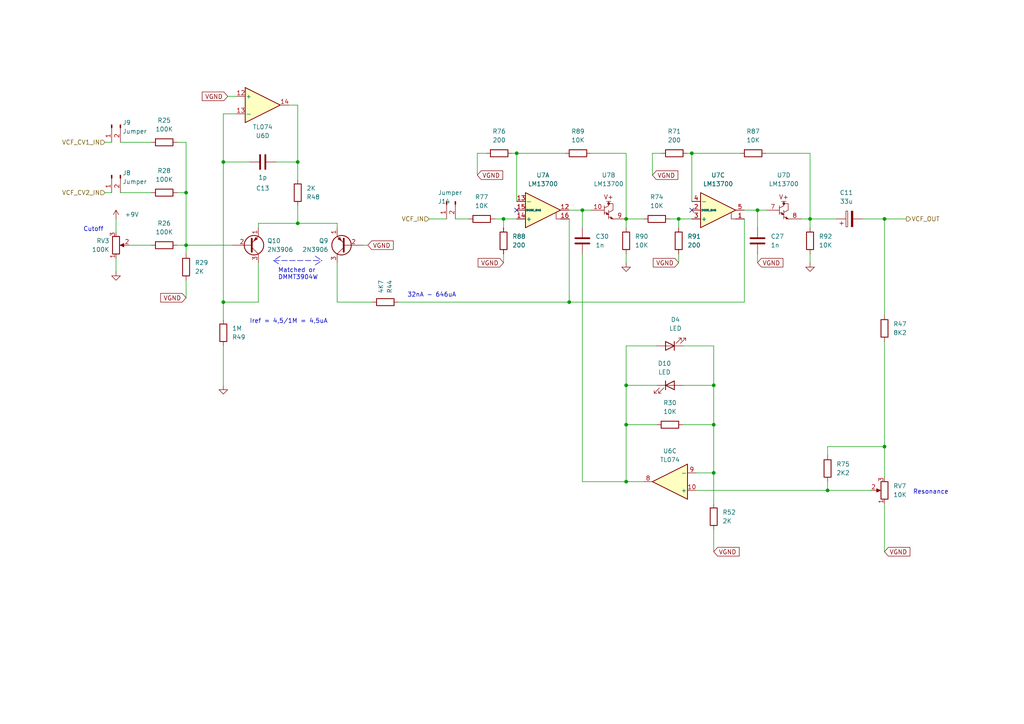
<source format=kicad_sch>
(kicad_sch (version 20211123) (generator eeschema)
  (paper "A4")
  (title_block (title "LivSynth - VCF") (date "2022-07-18") (rev "${Version}") (company "SloBlo Labs"))
  (lib_symbols
    (symbol "Amplifier_Operational:LM13700" (pin_names (offset 0.127))
      (property "Reference" "U" (at 3.81 5.08 0))
      (property "Value" "LM13700" (at 5.08 -5.08 0))
      (symbol "LM13700_1_1"
        (polyline (pts (xy 3.81 -0.635) (xy 3.81 -2.54) (xy 5.08 -2.54)))
        (polyline (pts (xy 5.08 0) (xy -5.08 -5.08) (xy -5.08 5.08) (xy 5.08 0)) (stroke (width 0.254)) (fill (type background)))
        (pin output line (at 7.62 0 180) (length 2.54) (name "~") (number "12"))
        (pin input line (at -7.62 2.54 0) (length 2.54) (name "-") (number "13"))
        (pin input line (at -7.62 -2.54 0) (length 2.54) (name "+") (number "14"))
        (pin input line (at -7.62 0 0) (length 2.54) (name "DIODE_BIAS") (number "15"))
        (pin input line (at 7.62 -2.54 180) (length 2.54) (name "~") (number "16"))
      )
      (symbol "LM13700_2_0"
        (polyline (pts (xy -1.905 2.54) (xy -3.175 2.54)))
      )
      (symbol "LM13700_2_1"
        (circle (center -2.54 1.905) (radius 0.254) (stroke (width 0.254)) (fill (type outline)))
        (polyline (pts (xy -3.81 -0.635) (xy -2.54 -1.27)))
        (polyline (pts (xy -3.81 1.27) (xy -3.81 -1.27)))
        (polyline (pts (xy -2.54 -1.905) (xy -1.27 -2.54)))
        (polyline (pts (xy -2.54 0) (xy -2.54 -2.54)))
        (polyline (pts (xy -3.81 0.635) (xy -2.54 1.27) (xy -2.54 1.905) (xy -2.54 2.54)))
        (polyline (pts (xy -2.54 -1.27) (xy -3.175 -0.635) (xy -3.175 -1.27) (xy -2.54 -1.27)) (fill (type outline)))
        (polyline (pts (xy -2.54 -0.635) (xy -1.27 0) (xy -1.27 1.905) (xy -2.54 1.905)))
        (polyline (pts (xy -1.27 -2.54) (xy -1.905 -1.905) (xy -1.905 -2.54) (xy -1.27 -2.54)) (fill (type outline)))
        (text "V+" (at -2.54 3.81 0) (effects (font (size 1.27 1.27))))
        (pin input line (at -7.62 0 0) (length 3.81) (name "~") (number "10"))
        (pin output line (at 2.54 -2.54 180) (length 3.81) (name "~") (number "9"))
      )
      (symbol "LM13700_3_1"
        (polyline (pts (xy 3.81 -0.635) (xy 3.81 -2.54) (xy 5.08 -2.54)))
        (polyline (pts (xy 5.08 0) (xy -5.08 -5.08) (xy -5.08 5.08) (xy 5.08 0)) (stroke (width 0.254)) (fill (type background)))
        (pin input line (at 7.62 -2.54 180) (length 2.54) (name "~") (number "1"))
        (pin input line (at -7.62 0 0) (length 2.54) (name "DIODE_BIAS") (number "2"))
        (pin input line (at -7.62 -2.54 0) (length 2.54) (name "+") (number "3"))
        (pin input line (at -7.62 2.54 0) (length 2.54) (name "-") (number "4"))
        (pin output line (at 7.62 0 180) (length 2.54) (name "~") (number "5"))
      )
      (symbol "LM13700_4_0"
        (polyline (pts (xy -3.175 2.54) (xy -1.905 2.54)))
        (text "V+" (at -2.54 3.81 0) (effects (font (size 1.27 1.27))))
      )
      (symbol "LM13700_4_1"
        (circle (center -2.54 1.905) (radius 0.254) (stroke (width 0.254)) (fill (type outline)))
        (polyline (pts (xy -3.81 -0.635) (xy -2.54 -1.27)))
        (polyline (pts (xy -3.81 1.27) (xy -3.81 -1.27)))
        (polyline (pts (xy -2.54 -1.905) (xy -1.27 -2.54)))
        (polyline (pts (xy -2.54 0) (xy -2.54 -2.54)))
        (polyline (pts (xy -3.81 0.635) (xy -2.54 1.27) (xy -2.54 2.54)))
        (polyline (pts (xy -2.54 -1.27) (xy -3.175 -0.635) (xy -3.175 -1.27) (xy -2.54 -1.27)) (fill (type outline)))
        (polyline (pts (xy -2.54 -0.635) (xy -1.27 0) (xy -1.27 1.905) (xy -2.54 1.905)))
        (polyline (pts (xy -1.27 -2.54) (xy -1.905 -1.905) (xy -1.905 -2.54) (xy -1.27 -2.54)) (fill (type outline)))
        (pin input line (at -7.62 0 0) (length 3.81) (name "~") (number "7"))
        (pin output line (at 2.54 -2.54 180) (length 3.81) (name "~") (number "8"))
      )
      (symbol "LM13700_5_1"
        (pin power_in line (at -2.54 7.62 270) (length 3.81) (name "V+") (number "11"))
        (pin power_in line (at -2.54 -7.62 90) (length 3.81) (name "V-") (number "6"))
      )
    )
    (symbol "Amplifier_Operational:TL074" (pin_names (offset 0.127))
      (property "Reference" "U" (at 0 5.08 0))
      (property "Value" "TL074" (at 0 -5.08 0))
      (symbol "TL074_1_1"
        (polyline (pts (xy -5.08 5.08) (xy 5.08 0) (xy -5.08 -5.08) (xy -5.08 5.08)) (stroke (width 0.254)) (fill (type background)))
        (pin output line (at 7.62 0 180) (length 2.54) (name "~") (number "1"))
        (pin input line (at -7.62 -2.54 0) (length 2.54) (name "-") (number "2"))
        (pin input line (at -7.62 2.54 0) (length 2.54) (name "+") (number "3"))
      )
      (symbol "TL074_2_1"
        (polyline (pts (xy -5.08 5.08) (xy 5.08 0) (xy -5.08 -5.08) (xy -5.08 5.08)) (stroke (width 0.254)) (fill (type background)))
        (pin input line (at -7.62 2.54 0) (length 2.54) (name "+") (number "5"))
        (pin input line (at -7.62 -2.54 0) (length 2.54) (name "-") (number "6"))
        (pin output line (at 7.62 0 180) (length 2.54) (name "~") (number "7"))
      )
      (symbol "TL074_3_1"
        (polyline (pts (xy -5.08 5.08) (xy 5.08 0) (xy -5.08 -5.08) (xy -5.08 5.08)) (stroke (width 0.254)) (fill (type background)))
        (pin input line (at -7.62 2.54 0) (length 2.54) (name "+") (number "10"))
        (pin output line (at 7.62 0 180) (length 2.54) (name "~") (number "8"))
        (pin input line (at -7.62 -2.54 0) (length 2.54) (name "-") (number "9"))
      )
      (symbol "TL074_4_1"
        (polyline (pts (xy -5.08 5.08) (xy 5.08 0) (xy -5.08 -5.08) (xy -5.08 5.08)) (stroke (width 0.254)) (fill (type background)))
        (pin input line (at -7.62 2.54 0) (length 2.54) (name "+") (number "12"))
        (pin input line (at -7.62 -2.54 0) (length 2.54) (name "-") (number "13"))
        (pin output line (at 7.62 0 180) (length 2.54) (name "~") (number "14"))
      )
      (symbol "TL074_5_1"
        (pin power_in line (at -2.54 -7.62 90) (length 3.81) (name "V-") (number "11"))
        (pin power_in line (at -2.54 7.62 270) (length 3.81) (name "V+") (number "4"))
      )
    )
    (symbol "Connector:Conn_01x02_Male" (pin_names (offset 1.016) hide)
      (property "Reference" "J" (at 0 2.54 0))
      (property "Value" "Conn_01x02_Male" (at 0 -5.08 0))
      (symbol "Conn_01x02_Male_1_1"
        (polyline (pts (xy 1.27 -2.54) (xy 0.8636 -2.54)) (stroke (width 0.1524)))
        (polyline (pts (xy 1.27 0) (xy 0.8636 0)) (stroke (width 0.1524)))
        (rectangle (start 0.8636 -2.413) (end 0 -2.667) (stroke (width 0.1524)) (fill (type outline)))
        (rectangle (start 0.8636 0.127) (end 0 -0.127) (stroke (width 0.1524)) (fill (type outline)))
        (pin passive line (at 5.08 0 180) (length 3.81) (name "Pin_1") (number "1"))
        (pin passive line (at 5.08 -2.54 180) (length 3.81) (name "Pin_2") (number "2"))
      )
    )
    (symbol "Device:C" (pin_numbers hide) (pin_names (offset 0.254))
      (property "Reference" "C" (at 0.635 2.54 0))
      (property "Value" "C" (at 0.635 -2.54 0))
      (symbol "C_0_1"
        (polyline (pts (xy -2.032 -0.762) (xy 2.032 -0.762)) (stroke (width 0.508)))
        (polyline (pts (xy -2.032 0.762) (xy 2.032 0.762)) (stroke (width 0.508)))
      )
      (symbol "C_1_1"
        (pin passive line (at 0 3.81 270) (length 2.794) (name "~") (number "1"))
        (pin passive line (at 0 -3.81 90) (length 2.794) (name "~") (number "2"))
      )
    )
    (symbol "Device:C_Polarized" (pin_numbers hide) (pin_names (offset 0.254))
      (property "Reference" "C" (at 0.635 2.54 0))
      (property "Value" "C_Polarized" (at 0.635 -2.54 0))
      (symbol "C_Polarized_0_1"
        (rectangle (start -2.286 0.508) (end 2.286 1.016))
        (polyline (pts (xy -1.778 2.286) (xy -0.762 2.286)))
        (polyline (pts (xy -1.27 2.794) (xy -1.27 1.778)))
        (rectangle (start 2.286 -0.508) (end -2.286 -1.016) (fill (type outline)))
      )
      (symbol "C_Polarized_1_1"
        (pin passive line (at 0 3.81 270) (length 2.794) (name "~") (number "1"))
        (pin passive line (at 0 -3.81 90) (length 2.794) (name "~") (number "2"))
      )
    )
    (symbol "Device:LED" (pin_numbers hide) (pin_names (offset 1.016) hide)
      (property "Reference" "D" (at 0 2.54 0))
      (property "Value" "LED" (at 0 -2.54 0))
      (symbol "LED_0_1"
        (polyline (pts (xy -1.27 -1.27) (xy -1.27 1.27)) (stroke (width 0.254)))
        (polyline (pts (xy -1.27 0) (xy 1.27 0)))
        (polyline (pts (xy 1.27 -1.27) (xy 1.27 1.27) (xy -1.27 0) (xy 1.27 -1.27)) (stroke (width 0.254)))
        (polyline (pts (xy -3.048 -0.762) (xy -4.572 -2.286) (xy -3.81 -2.286) (xy -4.572 -2.286) (xy -4.572 -1.524)))
        (polyline (pts (xy -1.778 -0.762) (xy -3.302 -2.286) (xy -2.54 -2.286) (xy -3.302 -2.286) (xy -3.302 -1.524)))
      )
      (symbol "LED_1_1"
        (pin passive line (at -3.81 0 0) (length 2.54) (name "K") (number "1"))
        (pin passive line (at 3.81 0 180) (length 2.54) (name "A") (number "2"))
      )
    )
    (symbol "Device:R" (pin_numbers hide) (pin_names (offset 0))
      (property "Reference" "R" (at 2.032 0 90))
      (property "Value" "R" (at 0 0 90))
      (symbol "R_0_1"
        (rectangle (start -1.016 -2.54) (end 1.016 2.54) (stroke (width 0.254)))
      )
      (symbol "R_1_1"
        (pin passive line (at 0 3.81 270) (length 1.27) (name "~") (number "1"))
        (pin passive line (at 0 -3.81 90) (length 1.27) (name "~") (number "2"))
      )
    )
    (symbol "Device:R_Potentiometer" (pin_names (offset 1.016) hide)
      (property "Reference" "RV" (at -4.445 0 90))
      (property "Value" "R_Potentiometer" (at -2.54 0 90))
      (symbol "R_Potentiometer_0_1"
        (polyline (pts (xy 2.54 0) (xy 1.524 0)))
        (polyline (pts (xy 1.143 0) (xy 2.286 0.508) (xy 2.286 -0.508) (xy 1.143 0)) (fill (type outline)))
        (rectangle (start 1.016 2.54) (end -1.016 -2.54) (stroke (width 0.254)))
      )
      (symbol "R_Potentiometer_1_1"
        (pin passive line (at 0 3.81 270) (length 1.27) (name "1") (number "1"))
        (pin passive line (at 3.81 0 180) (length 1.27) (name "2") (number "2"))
        (pin passive line (at 0 -3.81 90) (length 1.27) (name "3") (number "3"))
      )
    )
    (symbol "Transistor_BJT:2N3906" (pin_names (offset 0) hide)
      (property "Reference" "Q" (at 5.08 1.905 0))
      (property "Value" "2N3906" (at 5.08 0 0))
      (symbol "2N3906_0_1"
        (polyline (pts (xy 0.635 0.635) (xy 2.54 2.54)))
        (polyline (pts (xy 0.635 -0.635) (xy 2.54 -2.54) (xy 2.54 -2.54)))
        (polyline (pts (xy 0.635 1.905) (xy 0.635 -1.905) (xy 0.635 -1.905)) (stroke (width 0.508)))
        (polyline (pts (xy 2.286 -1.778) (xy 1.778 -2.286) (xy 1.27 -1.27) (xy 2.286 -1.778) (xy 2.286 -1.778)) (fill (type outline)))
        (circle (center 1.27 0) (radius 2.8194) (stroke (width 0.254)))
      )
      (symbol "2N3906_1_1"
        (pin passive line (at 2.54 -5.08 90) (length 2.54) (name "E") (number "1"))
        (pin input line (at -5.08 0 0) (length 5.715) (name "B") (number "2"))
        (pin passive line (at 2.54 5.08 270) (length 2.54) (name "C") (number "3"))
      )
    )
    (symbol "power:+9V" (power) (pin_names (offset 0))
      (property "Value" "+9V" (at 0 3.556 0))
      (symbol "+9V_0_1"
        (polyline (pts (xy -0.762 1.27) (xy 0 2.54)))
        (polyline (pts (xy 0 0) (xy 0 2.54)))
        (polyline (pts (xy 0 2.54) (xy 0.762 1.27)))
      )
      (symbol "+9V_1_1"
        (pin power_in line (at 0 0 90) (length 0) hide (name "+9V") (number "1"))
      )
    )
    (symbol "power:GND" (power) (pin_names (offset 0))
      (property "Value" "GND" (at 0 -3.81 0))
      (symbol "GND_0_1"
        (polyline (pts (xy 0 0) (xy 0 -1.27) (xy 1.27 -1.27) (xy 0 -2.54) (xy -1.27 -1.27) (xy 0 -1.27)))
      )
      (symbol "GND_1_1"
        (pin power_in line (at 0 0 270) (length 0) hide (name "GND") (number "1"))
      )
    )
  )
  (junction (at 200.66 44.45))
  (junction (at 149.86 44.45))
  (junction (at 181.61 111.76))
  (junction (at 207.01 137.16))
  (junction (at 165.1 87.63))
  (junction (at 181.61 63.5))
  (junction (at 86.36 64.77))
  (junction (at 207.01 111.76))
  (junction (at 207.01 123.19))
  (junction (at 181.61 139.7))
  (junction (at 256.54 63.5))
  (junction (at 53.975 71.12))
  (junction (at 64.77 46.99))
  (junction (at 53.975 55.88))
  (junction (at 168.91 60.96))
  (junction (at 86.36 46.99))
  (junction (at 196.85 63.5))
  (junction (at 256.54 129.54))
  (junction (at 181.61 123.19))
  (junction (at 219.71 60.96))
  (junction (at 64.77 87.63))
  (junction (at 240.03 142.24))
  (junction (at 146.05 63.5))
  (junction (at 234.95 63.5))
  (no_connect (at 200.66 60.96))
  (no_connect (at 149.86 60.96))
  (wire (pts (xy 171.45 44.45) (xy 181.61 44.45)))
  (wire (pts (xy 181.61 139.7) (xy 186.69 139.7)))
  (wire (pts (xy 190.5 111.76) (xy 181.61 111.76)))
  (wire (pts (xy 97.79 87.63) (xy 107.95 87.63)))
  (wire (pts (xy 207.01 123.19) (xy 207.01 137.16)))
  (wire (pts (xy 66.04 27.94) (xy 68.58 27.94)))
  (wire (pts (xy 34.925 55.88) (xy 43.815 55.88)))
  (wire (pts (xy 165.1 87.63) (xy 165.1 63.5)))
  (wire (pts (xy 64.77 33.02) (xy 68.58 33.02)))
  (wire (pts (xy 196.85 63.5) (xy 196.85 66.04)))
  (wire (pts (xy 256.54 146.05) (xy 256.54 160.02)))
  (wire (pts (xy 64.77 87.63) (xy 64.77 46.99)))
  (wire (pts (xy 53.975 81.28) (xy 53.975 86.36)))
  (wire (pts (xy 115.57 87.63) (xy 165.1 87.63)))
  (wire (pts (xy 51.435 71.12) (xy 53.975 71.12)))
  (wire (pts (xy 189.23 44.45) (xy 191.77 44.45)))
  (wire (pts (xy 86.36 64.77) (xy 86.36 59.69)))
  (wire (pts (xy 97.79 76.2) (xy 97.79 87.63)))
  (wire (pts (xy 189.23 50.8) (xy 189.23 44.45)))
  (polyline (pts (xy 91.44 76.835) (xy 93.345 75.565)))
  (wire (pts (xy 219.71 66.04) (xy 219.71 60.96)))
  (wire (pts (xy 64.77 46.99) (xy 64.77 33.02)))
  (wire (pts (xy 181.61 66.04) (xy 181.61 63.5)))
  (wire (pts (xy 80.01 46.99) (xy 86.36 46.99)))
  (wire (pts (xy 132.08 63.5) (xy 135.89 63.5)))
  (wire (pts (xy 51.435 41.275) (xy 53.975 41.275)))
  (wire (pts (xy 105.41 71.12) (xy 106.68 71.12)))
  (wire (pts (xy 198.12 123.19) (xy 207.01 123.19)))
  (wire (pts (xy 74.93 87.63) (xy 74.93 76.2)))
  (wire (pts (xy 207.01 100.33) (xy 207.01 111.76)))
  (wire (pts (xy 51.435 55.88) (xy 53.975 55.88)))
  (wire (pts (xy 64.77 46.99) (xy 72.39 46.99)))
  (wire (pts (xy 86.36 30.48) (xy 86.36 46.99)))
  (wire (pts (xy 198.12 111.76) (xy 207.01 111.76)))
  (wire (pts (xy 196.85 63.5) (xy 200.66 63.5)))
  (wire (pts (xy 201.93 142.24) (xy 240.03 142.24)))
  (wire (pts (xy 53.975 41.275) (xy 53.975 55.88)))
  (wire (pts (xy 250.19 63.5) (xy 256.54 63.5)))
  (wire (pts (xy 181.61 111.76) (xy 181.61 123.19)))
  (polyline (pts (xy 81.28 74.295) (xy 79.375 75.565)))
  (wire (pts (xy 240.03 142.24) (xy 252.73 142.24)))
  (wire (pts (xy 219.71 60.96) (xy 222.25 60.96)))
  (wire (pts (xy 196.85 73.66) (xy 196.85 76.2)))
  (wire (pts (xy 256.54 63.5) (xy 256.54 91.44)))
  (wire (pts (xy 74.93 66.04) (xy 74.93 64.77)))
  (polyline (pts (xy 79.375 75.565) (xy 81.28 76.835)))
  (wire (pts (xy 256.54 63.5) (xy 262.89 63.5)))
  (wire (pts (xy 33.655 74.93) (xy 33.655 78.74)))
  (polyline (pts (xy 91.44 74.295) (xy 93.345 75.565)))
  (wire (pts (xy 256.54 99.06) (xy 256.54 129.54)))
  (wire (pts (xy 165.1 60.96) (xy 168.91 60.96)))
  (wire (pts (xy 219.71 73.66) (xy 219.71 76.2)))
  (wire (pts (xy 199.39 44.45) (xy 200.66 44.45)))
  (wire (pts (xy 30.48 41.275) (xy 32.385 41.275)))
  (wire (pts (xy 168.91 60.96) (xy 171.45 60.96)))
  (wire (pts (xy 190.5 100.33) (xy 181.61 100.33)))
  (wire (pts (xy 97.79 64.77) (xy 97.79 66.04)))
  (wire (pts (xy 165.1 87.63) (xy 215.9 87.63)))
  (wire (pts (xy 168.91 60.96) (xy 168.91 66.04)))
  (wire (pts (xy 53.975 71.12) (xy 53.975 73.66)))
  (wire (pts (xy 207.01 146.05) (xy 207.01 137.16)))
  (wire (pts (xy 240.03 129.54) (xy 240.03 132.08)))
  (wire (pts (xy 86.36 64.77) (xy 97.79 64.77)))
  (wire (pts (xy 234.95 63.5) (xy 234.95 66.04)))
  (wire (pts (xy 146.05 73.66) (xy 146.05 76.2)))
  (wire (pts (xy 149.86 44.45) (xy 163.83 44.45)))
  (wire (pts (xy 30.48 55.88) (xy 32.385 55.88)))
  (wire (pts (xy 64.77 111.76) (xy 64.77 100.33)))
  (wire (pts (xy 149.86 58.42) (xy 149.86 44.45)))
  (wire (pts (xy 53.975 55.88) (xy 53.975 71.12)))
  (wire (pts (xy 190.5 123.19) (xy 181.61 123.19)))
  (wire (pts (xy 33.655 63.5) (xy 33.655 67.31)))
  (wire (pts (xy 64.77 87.63) (xy 74.93 87.63)))
  (wire (pts (xy 181.61 73.66) (xy 181.61 76.2)))
  (wire (pts (xy 146.05 63.5) (xy 149.86 63.5)))
  (wire (pts (xy 200.66 44.45) (xy 214.63 44.45)))
  (wire (pts (xy 207.01 137.16) (xy 201.93 137.16)))
  (wire (pts (xy 138.43 44.45) (xy 140.97 44.45)))
  (wire (pts (xy 232.41 63.5) (xy 234.95 63.5)))
  (wire (pts (xy 74.93 64.77) (xy 86.36 64.77)))
  (wire (pts (xy 234.95 73.66) (xy 234.95 76.2)))
  (wire (pts (xy 34.925 41.275) (xy 43.815 41.275)))
  (wire (pts (xy 207.01 111.76) (xy 207.01 123.19)))
  (wire (pts (xy 37.465 71.12) (xy 43.815 71.12)))
  (wire (pts (xy 198.12 100.33) (xy 207.01 100.33)))
  (wire (pts (xy 138.43 50.8) (xy 138.43 44.45)))
  (wire (pts (xy 83.82 30.48) (xy 86.36 30.48)))
  (wire (pts (xy 124.46 63.5) (xy 129.54 63.5)))
  (wire (pts (xy 219.71 60.96) (xy 215.9 60.96)))
  (wire (pts (xy 143.51 63.5) (xy 146.05 63.5)))
  (wire (pts (xy 234.95 44.45) (xy 234.95 63.5)))
  (wire (pts (xy 181.61 44.45) (xy 181.61 63.5)))
  (wire (pts (xy 222.25 44.45) (xy 234.95 44.45)))
  (wire (pts (xy 200.66 58.42) (xy 200.66 44.45)))
  (wire (pts (xy 148.59 44.45) (xy 149.86 44.45)))
  (wire (pts (xy 207.01 153.67) (xy 207.01 160.02)))
  (wire (pts (xy 194.31 63.5) (xy 196.85 63.5)))
  (wire (pts (xy 240.03 139.7) (xy 240.03 142.24)))
  (wire (pts (xy 168.91 73.66) (xy 168.91 139.7)))
  (wire (pts (xy 234.95 63.5) (xy 242.57 63.5)))
  (wire (pts (xy 168.91 139.7) (xy 181.61 139.7)))
  (wire (pts (xy 256.54 129.54) (xy 256.54 138.43)))
  (polyline (pts (xy 79.375 75.565) (xy 93.345 75.565)))
  (wire (pts (xy 240.03 129.54) (xy 256.54 129.54)))
  (wire (pts (xy 64.77 92.71) (xy 64.77 87.63)))
  (wire (pts (xy 181.61 123.19) (xy 181.61 139.7)))
  (wire (pts (xy 146.05 66.04) (xy 146.05 63.5)))
  (wire (pts (xy 215.9 63.5) (xy 215.9 87.63)))
  (wire (pts (xy 86.36 46.99) (xy 86.36 52.07)))
  (wire (pts (xy 181.61 63.5) (xy 186.69 63.5)))
  (wire (pts (xy 53.975 71.12) (xy 67.31 71.12)))
  (wire (pts (xy 181.61 100.33) (xy 181.61 111.76)))
  (text "Iref = 4,5/1M = 4,5uA" (at 72.39 93.98 0) (effects (font (size 1.27 1.27)) (justify left bottom)))
  (text "32nA - 646uA" (at 118.11 86.36 0) (effects (font (size 1.27 1.27)) (justify left bottom)))
  (text "Resonance" (at 264.795 143.51 0) (effects (font (size 1.27 1.27)) (justify left bottom)))
  (text "Cutoff" (at 24.13 67.31 0) (effects (font (size 1.27 1.27)) (justify left bottom)))
  (text "Matched or\nDMMT3904W" (at 80.645 81.28 0) (effects (font (size 1.27 1.27)) (justify left bottom)))
  (global_label "VGND" (shape input) (at 196.85 76.2 180) (property "Intersheet References" "${INTERSHEET_REFS}" (effects hide)))
  (global_label "VGND" (shape input) (at 138.43 50.8 0) (property "Intersheet References" "${INTERSHEET_REFS}" (effects hide)))
  (global_label "VGND" (shape input) (at 219.71 76.2 0) (property "Intersheet References" "${INTERSHEET_REFS}" (effects hide)))
  (global_label "VGND" (shape input) (at 146.05 76.2 180) (property "Intersheet References" "${INTERSHEET_REFS}" (effects hide)))
  (global_label "VGND" (shape input) (at 66.04 27.94 180) (property "Intersheet References" "${INTERSHEET_REFS}" (effects hide)))
  (global_label "VGND" (shape input) (at 53.975 86.36 180) (property "Intersheet References" "${INTERSHEET_REFS}" (effects hide)))
  (global_label "VGND" (shape input) (at 256.54 160.02 0) (property "Intersheet References" "${INTERSHEET_REFS}" (effects hide)))
  (global_label "VGND" (shape input) (at 189.23 50.8 0) (property "Intersheet References" "${INTERSHEET_REFS}" (effects hide)))
  (global_label "VGND" (shape input) (at 106.68 71.12 0) (property "Intersheet References" "${INTERSHEET_REFS}" (effects hide)))
  (global_label "VGND" (shape input) (at 207.01 160.02 0) (property "Intersheet References" "${INTERSHEET_REFS}" (effects hide)))
  (hierarchical_label "VCF_IN" (shape input) (at 124.46 63.5 180))
  (hierarchical_label "VCF_OUT" (shape output) (at 262.89 63.5 0))
  (hierarchical_label "VCF_CV1_IN" (shape input) (at 30.48 41.275 180))
  (hierarchical_label "VCF_CV2_IN" (shape input) (at 30.48 55.88 180))
  (symbol (lib_id "Device:R_Potentiometer") (at 33.655 71.12 0) (mirror x) (unit 1)
    (property "Reference" "RV3" (at 31.75 69.8499 0) (effects (justify right)))
    (property "Value" "100K" (at 31.75 72.3899 0) (effects (justify right)))
    (property "Footprint" "SloBlo:RV141F-40-20BL" (effects hide))
  )
  (symbol (lib_id "power:GND") (at 234.95 76.2 0) (unit 1)
    (property "Reference" "#PWR053" (effects hide))
    (property "Value" "GND" (effects hide))
  )
  (symbol (lib_id "Device:R") (at 47.625 41.275 90) (unit 1)
    (property "Reference" "R25" (at 47.625 34.925 90))
    (property "Value" "100K" (at 47.625 37.465 90))
    (property "Footprint" "Resistor_THT:R_Axial_DIN0207_L6.3mm_D2.5mm_P7.62mm_Horizontal" (effects hide))
  )
  (symbol (lib_id "Device:C_Polarized") (at 246.38 63.5 90) (unit 1)
    (property "Reference" "C11" (at 245.491 55.88 90))
    (property "Value" "33u" (at 245.491 58.42 90))
    (property "Footprint" "Capacitor_THT:CP_Radial_D8.0mm_P3.50mm" (effects hide))
  )
  (symbol (lib_id "Device:C") (at 76.2 46.99 90) (mirror x) (unit 1)
    (property "Reference" "C13" (at 76.2 54.61 90))
    (property "Value" "1p" (at 76.2 51.435 90))
    (property "Footprint" "Capacitor_THT:C_Disc_D3.0mm_W1.6mm_P2.50mm" (effects hide))
  )
  (symbol (lib_id "Device:LED") (at 194.31 100.33 180) (unit 1)
    (property "Reference" "D4" (at 195.8975 92.71 0))
    (property "Value" "LED" (at 195.8975 95.25 0))
    (property "Footprint" "LED_THT:LED_D5.0mm" (effects hide))
  )
  (symbol (lib_id "Device:R") (at 111.76 87.63 270) (mirror x) (unit 1)
    (property "Reference" "R44" (at 113.0301 85.09 0) (effects (justify left)))
    (property "Value" "4K7" (at 110.49 85.09 0) (effects (justify left)))
    (property "Footprint" "Resistor_THT:R_Axial_DIN0207_L6.3mm_D2.5mm_P7.62mm_Horizontal" (effects hide))
  )
  (symbol (lib_id "Amplifier_Operational:TL074") (at 76.2 30.48 0) (unit 4)
    (property "Reference" "U6" (at 76.2 39.37 0))
    (property "Value" "TL074" (at 76.2 36.83 0))
    (property "Footprint" "Package_SO:SOIC-14_3.9x8.7mm_P1.27mm" (effects hide))
    (property "Datasheet" "http://www.ti.com/lit/ds/symlink/tl071.pdf" (effects hide))
  )
  (symbol (lib_id "Device:R") (at 139.7 63.5 90) (unit 1)
    (property "Reference" "R77" (at 139.7 57.15 90))
    (property "Value" "10K" (at 139.7 59.69 90))
    (property "Footprint" "Resistor_THT:R_Axial_DIN0207_L6.3mm_D2.5mm_P7.62mm_Horizontal" (effects hide))
  )
  (symbol (lib_id "Transistor_BJT:2N3906") (at 100.33 71.12 180) (unit 1)
    (property "Reference" "Q9" (at 95.25 69.8499 0) (effects (justify left)))
    (property "Value" "2N3906" (at 95.25 72.3899 0) (effects (justify left)))
    (property "Footprint" "Package_TO_SOT_THT:TO-92_Inline" (effects hide))
    (property "Datasheet" "https://www.onsemi.com/pub/Collateral/2N3906-D.PDF" (effects hide))
  )
  (symbol (lib_id "power:+9V") (at 33.655 63.5 0) (mirror y) (unit 1)
    (property "Reference" "#PWR051" (effects hide))
    (property "Value" "+9V" (at 36.195 62.2299 0) (effects (justify right)))
  )
  (symbol (lib_id "Device:R") (at 240.03 135.89 0) (unit 1)
    (property "Reference" "R75" (at 242.57 134.6199 0) (effects (justify left)))
    (property "Value" "2K2" (at 242.57 137.1599 0) (effects (justify left)))
    (property "Footprint" "Resistor_THT:R_Axial_DIN0207_L6.3mm_D2.5mm_P7.62mm_Horizontal" (effects hide))
  )
  (symbol (lib_id "Connector:Conn_01x02_Male") (at 129.54 58.42 90) (mirror x) (unit 1)
    (property "Reference" "J14" (at 127 58.42 90) (effects (justify right)))
    (property "Value" "Jumper" (at 127 55.88 90) (effects (justify right)))
    (property "Footprint" "Connector_PinHeader_2.54mm:PinHeader_1x02_P2.54mm_Vertical" (effects hide))
  )
  (symbol (lib_id "Device:C") (at 168.91 69.85 0) (unit 1)
    (property "Reference" "C30" (at 172.72 68.5799 0) (effects (justify left)))
    (property "Value" "1n" (at 172.72 71.1199 0) (effects (justify left)))
    (property "Footprint" "Capacitor_THT:C_Rect_L7.2mm_W2.5mm_P5.00mm_FKS2_FKP2_MKS2_MKP2" (effects hide))
  )
  (symbol (lib_id "Device:R") (at 218.44 44.45 90) (unit 1)
    (property "Reference" "R87" (at 218.44 38.1 90))
    (property "Value" "10K" (at 218.44 40.64 90))
    (property "Footprint" "Resistor_THT:R_Axial_DIN0207_L6.3mm_D2.5mm_P7.62mm_Horizontal" (effects hide))
  )
  (symbol (lib_id "Device:R") (at 47.625 55.88 90) (unit 1)
    (property "Reference" "R28" (at 47.625 49.53 90))
    (property "Value" "100K" (at 47.625 52.07 90))
    (property "Footprint" "Resistor_THT:R_Axial_DIN0207_L6.3mm_D2.5mm_P7.62mm_Horizontal" (effects hide))
  )
  (symbol (lib_id "Device:R") (at 194.31 123.19 90) (unit 1)
    (property "Reference" "R30" (at 194.31 116.84 90))
    (property "Value" "10K" (at 194.31 119.38 90))
    (property "Footprint" "Resistor_THT:R_Axial_DIN0207_L6.3mm_D2.5mm_P7.62mm_Horizontal" (effects hide))
  )
  (symbol (lib_id "Device:R") (at 195.58 44.45 270) (unit 1)
    (property "Reference" "R71" (at 195.58 38.1 90))
    (property "Value" "200" (at 195.58 40.64 90))
    (property "Footprint" "Resistor_THT:R_Axial_DIN0207_L6.3mm_D2.5mm_P7.62mm_Horizontal" (effects hide))
  )
  (symbol (lib_id "Device:R") (at 196.85 69.85 180) (unit 1)
    (property "Reference" "R91" (at 199.39 68.5799 0) (effects (justify right)))
    (property "Value" "200" (at 199.39 71.1199 0) (effects (justify right)))
    (property "Footprint" "Resistor_THT:R_Axial_DIN0207_L6.3mm_D2.5mm_P7.62mm_Horizontal" (effects hide))
  )
  (symbol (lib_id "Amplifier_Operational:LM13700") (at 229.87 60.96 0) (unit 4)
    (property "Reference" "U7" (at 227.33 50.8 0))
    (property "Value" "LM13700" (at 227.33 53.34 0))
    (property "Footprint" "Package_SO:SOP-16_3.9x9.9mm_P1.27mm" (effects hide))
    (property "Datasheet" "http://www.ti.com/lit/ds/symlink/lm13700.pdf" (effects hide))
  )
  (symbol (lib_id "Connector:Conn_01x02_Male") (at 32.385 36.195 90) (mirror x) (unit 1)
    (property "Reference" "J9" (at 35.56 35.56 90) (effects (justify right)))
    (property "Value" "Jumper" (at 35.56 38.1 90) (effects (justify right)))
    (property "Footprint" "Connector_PinHeader_2.54mm:PinHeader_1x02_P2.54mm_Vertical" (effects hide))
  )
  (symbol (lib_id "Device:R") (at 190.5 63.5 90) (unit 1)
    (property "Reference" "R74" (at 190.5 57.15 90))
    (property "Value" "10K" (at 190.5 59.69 90))
    (property "Footprint" "Resistor_THT:R_Axial_DIN0207_L6.3mm_D2.5mm_P7.62mm_Horizontal" (effects hide))
  )
  (symbol (lib_id "Device:C") (at 219.71 69.85 0) (unit 1)
    (property "Reference" "C27" (at 223.52 68.5799 0) (effects (justify left)))
    (property "Value" "1n" (at 223.52 71.1199 0) (effects (justify left)))
    (property "Footprint" "Capacitor_THT:C_Rect_L7.2mm_W2.5mm_P5.00mm_FKS2_FKP2_MKS2_MKP2" (effects hide))
  )
  (symbol (lib_id "Connector:Conn_01x02_Male") (at 32.385 50.8 90) (mirror x) (unit 1)
    (property "Reference" "J8" (at 35.56 50.165 90) (effects (justify right)))
    (property "Value" "Jumper" (at 35.56 52.705 90) (effects (justify right)))
    (property "Footprint" "Connector_PinHeader_2.54mm:PinHeader_1x02_P2.54mm_Vertical" (effects hide))
  )
  (symbol (lib_id "Device:R") (at 146.05 69.85 180) (unit 1)
    (property "Reference" "R88" (at 148.59 68.5799 0) (effects (justify right)))
    (property "Value" "200" (at 148.59 71.1199 0) (effects (justify right)))
    (property "Footprint" "Resistor_THT:R_Axial_DIN0207_L6.3mm_D2.5mm_P7.62mm_Horizontal" (effects hide))
  )
  (symbol (lib_id "Device:R") (at 181.61 69.85 180) (unit 1)
    (property "Reference" "R90" (at 184.15 68.5799 0) (effects (justify right)))
    (property "Value" "10K" (at 184.15 71.1199 0) (effects (justify right)))
    (property "Footprint" "Resistor_THT:R_Axial_DIN0207_L6.3mm_D2.5mm_P7.62mm_Horizontal" (effects hide))
  )
  (symbol (lib_id "Device:R") (at 234.95 69.85 180) (unit 1)
    (property "Reference" "R92" (at 237.49 68.5799 0) (effects (justify right)))
    (property "Value" "10K" (at 237.49 71.1199 0) (effects (justify right)))
    (property "Footprint" "Resistor_THT:R_Axial_DIN0207_L6.3mm_D2.5mm_P7.62mm_Horizontal" (effects hide))
  )
  (symbol (lib_id "power:GND") (at 33.655 78.74 0) (unit 1)
    (property "Reference" "#PWR054" (effects hide))
    (property "Value" "GND" (effects hide))
  )
  (symbol (lib_id "Amplifier_Operational:LM13700") (at 179.07 60.96 0) (unit 2)
    (property "Reference" "U7" (at 176.53 50.8 0))
    (property "Value" "LM13700" (at 176.53 53.34 0))
    (property "Footprint" "Package_SO:SOP-16_3.9x9.9mm_P1.27mm" (effects hide))
    (property "Datasheet" "http://www.ti.com/lit/ds/symlink/lm13700.pdf" (effects hide))
  )
  (symbol (lib_id "power:GND") (at 181.61 76.2 0) (unit 1)
    (property "Reference" "#PWR052" (effects hide))
    (property "Value" "GND" (effects hide))
  )
  (symbol (lib_id "Device:R") (at 47.625 71.12 90) (unit 1)
    (property "Reference" "R26" (at 47.625 64.77 90))
    (property "Value" "100K" (at 47.625 67.31 90))
    (property "Footprint" "Resistor_THT:R_Axial_DIN0207_L6.3mm_D2.5mm_P7.62mm_Horizontal" (effects hide))
  )
  (symbol (lib_id "Device:R") (at 86.36 55.88 0) (mirror x) (unit 1)
    (property "Reference" "R48" (at 88.9 57.1501 0) (effects (justify left)))
    (property "Value" "2K" (at 88.9 54.6101 0) (effects (justify left)))
    (property "Footprint" "Resistor_THT:R_Axial_DIN0207_L6.3mm_D2.5mm_P7.62mm_Horizontal" (effects hide))
  )
  (symbol (lib_id "Device:LED") (at 194.31 111.76 0) (unit 1)
    (property "Reference" "D10" (at 192.7225 105.41 0))
    (property "Value" "LED" (at 192.7225 107.95 0))
    (property "Footprint" "LED_THT:LED_D5.0mm" (effects hide))
  )
  (symbol (lib_id "Device:R") (at 64.77 96.52 0) (mirror x) (unit 1)
    (property "Reference" "R49" (at 67.31 97.7901 0) (effects (justify left)))
    (property "Value" "1M" (at 67.31 95.25 0) (effects (justify left)))
    (property "Footprint" "Resistor_THT:R_Axial_DIN0207_L6.3mm_D2.5mm_P7.62mm_Horizontal" (effects hide))
  )
  (symbol (lib_id "Device:R") (at 207.01 149.86 0) (unit 1)
    (property "Reference" "R52" (at 209.55 148.5899 0) (effects (justify left)))
    (property "Value" "2K" (at 209.55 151.1299 0) (effects (justify left)))
    (property "Footprint" "Resistor_THT:R_Axial_DIN0207_L6.3mm_D2.5mm_P7.62mm_Horizontal" (effects hide))
  )
  (symbol (lib_id "power:GND") (at 64.77 111.76 0) (unit 1)
    (property "Reference" "#PWR055" (effects hide))
    (property "Value" "GND" (effects hide))
  )
  (symbol (lib_id "Device:R") (at 53.975 77.47 0) (unit 1)
    (property "Reference" "R29" (at 56.515 76.1999 0) (effects (justify left)))
    (property "Value" "2K" (at 56.515 78.7399 0) (effects (justify left)))
    (property "Footprint" "Resistor_THT:R_Axial_DIN0207_L6.3mm_D2.5mm_P7.62mm_Horizontal" (effects hide))
  )
  (symbol (lib_id "Device:R_Potentiometer") (at 256.54 142.24 180) (unit 1)
    (property "Reference" "RV7" (at 259.08 140.9699 0) (effects (justify right)))
    (property "Value" "10K" (at 259.08 143.5099 0) (effects (justify right)))
    (property "Footprint" "SloBlo:RV141F-40-20BL" (effects hide))
  )
  (symbol (lib_id "Device:R") (at 144.78 44.45 270) (unit 1)
    (property "Reference" "R76" (at 144.78 38.1 90))
    (property "Value" "200" (at 144.78 40.64 90))
    (property "Footprint" "Resistor_THT:R_Axial_DIN0207_L6.3mm_D2.5mm_P7.62mm_Horizontal" (effects hide))
  )
  (symbol (lib_id "Amplifier_Operational:TL074") (at 194.31 139.7 180) (unit 3)
    (property "Reference" "U6" (at 194.31 130.81 0))
    (property "Value" "TL074" (at 194.31 133.35 0))
    (property "Footprint" "Package_SO:SOIC-14_3.9x8.7mm_P1.27mm" (effects hide))
    (property "Datasheet" "http://www.ti.com/lit/ds/symlink/tl071.pdf" (effects hide))
  )
  (symbol (lib_id "Amplifier_Operational:LM13700") (at 157.48 60.96 0) (unit 1)
    (property "Reference" "U7" (at 157.48 50.8 0))
    (property "Value" "LM13700" (at 157.48 53.34 0))
    (property "Footprint" "Package_SO:SOP-16_3.9x9.9mm_P1.27mm" (effects hide))
    (property "Datasheet" "http://www.ti.com/lit/ds/symlink/lm13700.pdf" (effects hide))
  )
  (symbol (lib_id "Transistor_BJT:2N3906") (at 72.39 71.12 0) (mirror x) (unit 1)
    (property "Reference" "Q10" (at 77.47 69.8499 0) (effects (justify left)))
    (property "Value" "2N3906" (at 77.47 72.3899 0) (effects (justify left)))
    (property "Footprint" "Package_TO_SOT_THT:TO-92_Inline" (effects hide))
    (property "Datasheet" "https://www.onsemi.com/pub/Collateral/2N3906-D.PDF" (effects hide))
  )
  (symbol (lib_id "Device:R") (at 167.64 44.45 90) (unit 1)
    (property "Reference" "R89" (at 167.64 38.1 90))
    (property "Value" "10K" (at 167.64 40.64 90))
    (property "Footprint" "Resistor_THT:R_Axial_DIN0207_L6.3mm_D2.5mm_P7.62mm_Horizontal" (effects hide))
  )
  (symbol (lib_id "Amplifier_Operational:LM13700") (at 208.28 60.96 0) (unit 3)
    (property "Reference" "U7" (at 208.28 50.8 0))
    (property "Value" "LM13700" (at 208.28 53.34 0))
    (property "Footprint" "Package_SO:SOP-16_3.9x9.9mm_P1.27mm" (effects hide))
    (property "Datasheet" "http://www.ti.com/lit/ds/symlink/lm13700.pdf" (effects hide))
  )
  (symbol (lib_id "Device:R") (at 256.54 95.25 0) (unit 1)
    (property "Reference" "R47" (at 259.08 93.9799 0) (effects (justify left)))
    (property "Value" "8K2" (at 259.08 96.5199 0) (effects (justify left)))
    (property "Footprint" "Resistor_THT:R_Axial_DIN0207_L6.3mm_D2.5mm_P7.62mm_Horizontal" (effects hide))
  )
)
</source>
